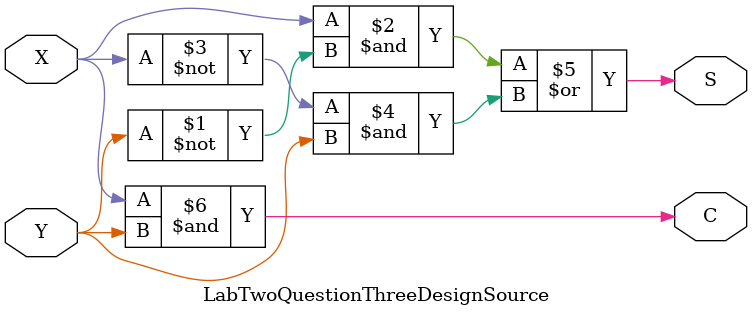
<source format=v>
`timescale 1ns / 1ps


module LabTwoQuestionThreeDesignSource(
    input X,
    input Y,
    output S,
    output C
    );
    assign S = X&(~Y) | (~X)&Y;
    assign C = X&Y;
endmodule

</source>
